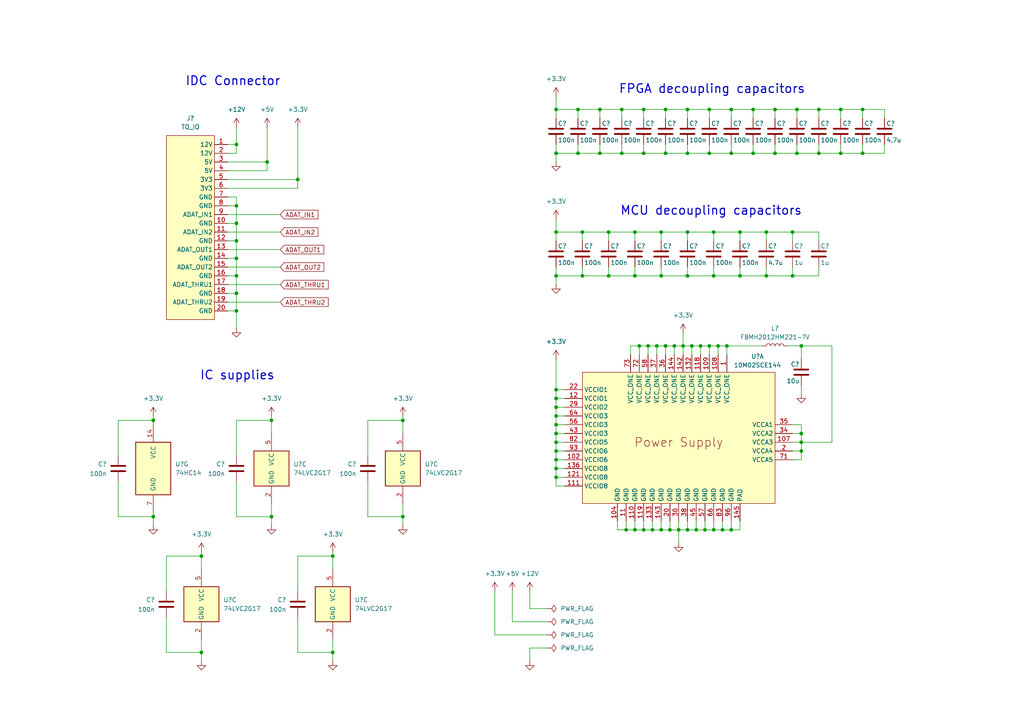
<source format=kicad_sch>
(kicad_sch (version 20250114) (generator "eeschema") (generator_version "9.0")
  (paper "A4")
  (title_block (title "16-in, 16-out USB <-> ADAT interface") (rev "1.0a") (company "Rethera") (comment 1 "Drawn by Łukasz Świszcz"))
  (text "IC supplies" (at 68.834 108.966 0) (effects (font (size 2.54 2.54) (thickness 0.3175))))
  (text "IDC Connector" (at 67.564 23.622 0) (effects (font (size 2.54 2.54) (thickness 0.3175))))
  (text "FPGA decoupling capacitors" (at 206.502 25.908 0) (effects (font (size 2.54 2.54) (thickness 0.3175))))
  (text "MCU decoupling capacitors" (at 206.248 61.214 0) (effects (font (size 2.54 2.54) (thickness 0.3175))))
  (junction (at 204.47 153.67))
  (junction (at 190.5 100.33))
  (junction (at 68.58 74.93))
  (junction (at 176.53 80.01))
  (junction (at 173.99 31.75))
  (junction (at 243.84 44.45))
  (junction (at 214.63 80.01))
  (junction (at 201.93 153.67))
  (junction (at 161.29 135.89))
  (junction (at 199.39 67.31))
  (junction (at 161.29 44.45))
  (junction (at 205.74 44.45))
  (junction (at 205.74 100.33))
  (junction (at 68.58 64.77))
  (junction (at 161.29 118.11))
  (junction (at 231.14 31.75))
  (junction (at 224.79 31.75))
  (junction (at 212.09 44.45))
  (junction (at 86.36 52.07))
  (junction (at 250.19 44.45))
  (junction (at 231.14 44.45))
  (junction (at 161.29 133.35))
  (junction (at 161.29 115.57))
  (junction (at 191.77 67.31))
  (junction (at 232.41 130.81))
  (junction (at 214.63 67.31))
  (junction (at 161.29 123.19))
  (junction (at 161.29 80.01))
  (junction (at 199.39 44.45))
  (junction (at 218.44 31.75))
  (junction (at 212.09 153.67))
  (junction (at 180.34 31.75))
  (junction (at 68.58 41.91))
  (junction (at 208.28 100.33))
  (junction (at 185.42 100.33))
  (junction (at 96.52 189.23))
  (junction (at 229.87 80.01))
  (junction (at 193.04 44.45))
  (junction (at 184.15 80.01))
  (junction (at 96.52 161.29))
  (junction (at 161.29 31.75))
  (junction (at 161.29 67.31))
  (junction (at 186.69 44.45))
  (junction (at 205.74 31.75))
  (junction (at 187.96 100.33))
  (junction (at 237.49 44.45))
  (junction (at 198.12 100.33))
  (junction (at 210.82 100.33))
  (junction (at 229.87 67.31))
  (junction (at 44.45 149.86))
  (junction (at 189.23 153.67))
  (junction (at 218.44 44.45))
  (junction (at 168.91 67.31))
  (junction (at 193.04 31.75))
  (junction (at 184.15 153.67))
  (junction (at 161.29 113.03))
  (junction (at 176.53 67.31))
  (junction (at 237.49 31.75))
  (junction (at 222.25 67.31))
  (junction (at 161.29 125.73))
  (junction (at 207.01 80.01))
  (junction (at 212.09 31.75))
  (junction (at 191.77 80.01))
  (junction (at 181.61 153.67))
  (junction (at 77.47 46.99))
  (junction (at 167.64 31.75))
  (junction (at 68.58 59.69))
  (junction (at 250.19 31.75))
  (junction (at 78.74 121.92))
  (junction (at 186.69 31.75))
  (junction (at 207.01 153.67))
  (junction (at 203.2 100.33))
  (junction (at 194.31 153.67))
  (junction (at 116.84 121.92))
  (junction (at 232.41 125.73))
  (junction (at 232.41 128.27))
  (junction (at 161.29 128.27))
  (junction (at 207.01 67.31))
  (junction (at 199.39 80.01))
  (junction (at 78.74 149.86))
  (junction (at 68.58 69.85))
  (junction (at 180.34 44.45))
  (junction (at 116.84 149.86))
  (junction (at 161.29 120.65))
  (junction (at 224.79 44.45))
  (junction (at 232.41 100.33))
  (junction (at 196.85 153.67))
  (junction (at 68.58 85.09))
  (junction (at 199.39 31.75))
  (junction (at 186.69 153.67))
  (junction (at 168.91 80.01))
  (junction (at 191.77 153.67))
  (junction (at 195.58 100.33))
  (junction (at 209.55 153.67))
  (junction (at 193.04 100.33))
  (junction (at 58.42 189.23))
  (junction (at 161.29 138.43))
  (junction (at 222.25 80.01))
  (junction (at 68.58 90.17))
  (junction (at 68.58 80.01))
  (junction (at 167.64 44.45))
  (junction (at 184.15 67.31))
  (junction (at 243.84 31.75))
  (junction (at 44.45 121.92))
  (junction (at 200.66 100.33))
  (junction (at 58.42 161.29))
  (junction (at 199.39 153.67))
  (junction (at 161.29 130.81))
  (junction (at 173.99 44.45))
  (wire (pts (xy 180.34 41.91) (xy 180.34 44.45)))
  (wire (pts (xy 68.58 74.93) (xy 68.58 80.01)))
  (wire (pts (xy 179.07 153.67) (xy 179.07 151.13)))
  (wire (pts (xy 176.53 67.31) (xy 184.15 67.31)))
  (wire (pts (xy 232.41 100.33) (xy 232.41 104.14)))
  (wire (pts (xy 232.41 111.76) (xy 232.41 114.3)))
  (wire (pts (xy 58.42 185.42) (xy 58.42 189.23)))
  (wire (pts (xy 161.29 133.35) (xy 161.29 135.89)))
  (wire (pts (xy 184.15 80.01) (xy 191.77 80.01)))
  (wire (pts (xy 116.84 120.65) (xy 116.84 121.92)))
  (wire (pts (xy 58.42 189.23) (xy 58.42 191.77)))
  (wire (pts (xy 161.29 80.01) (xy 161.29 82.55)))
  (wire (pts (xy 214.63 151.13) (xy 214.63 153.67)))
  (wire (pts (xy 158.75 180.34) (xy 148.59 180.34)))
  (wire (pts (xy 231.14 41.91) (xy 231.14 44.45)))
  (wire (pts (xy 66.04 44.45) (xy 68.58 44.45)))
  (wire (pts (xy 224.79 41.91) (xy 224.79 44.45)))
  (wire (pts (xy 161.29 67.31) (xy 168.91 67.31)))
  (wire (pts (xy 44.45 120.65) (xy 44.45 121.92)))
  (wire (pts (xy 161.29 27.94) (xy 161.29 31.75)))
  (wire (pts (xy 228.6 100.33) (xy 232.41 100.33)))
  (wire (pts (xy 224.79 44.45) (xy 218.44 44.45)))
  (wire (pts (xy 163.83 113.03) (xy 161.29 113.03)))
  (wire (pts (xy 237.49 77.47) (xy 237.49 80.01)))
  (wire (pts (xy 116.84 149.86) (xy 116.84 152.4)))
  (wire (pts (xy 168.91 67.31) (xy 176.53 67.31)))
  (wire (pts (xy 86.36 179.07) (xy 86.36 189.23)))
  (wire (pts (xy 86.36 52.07) (xy 86.36 54.61)))
  (wire (pts (xy 168.91 77.47) (xy 168.91 80.01)))
  (wire (pts (xy 78.74 121.92) (xy 78.74 125.73)))
  (wire (pts (xy 116.84 146.05) (xy 116.84 149.86)))
  (wire (pts (xy 199.39 31.75) (xy 205.74 31.75)))
  (wire (pts (xy 237.49 34.29) (xy 237.49 31.75)))
  (wire (pts (xy 193.04 31.75) (xy 193.04 34.29)))
  (wire (pts (xy 222.25 67.31) (xy 229.87 67.31)))
  (wire (pts (xy 86.36 161.29) (xy 96.52 161.29)))
  (wire (pts (xy 196.85 153.67) (xy 199.39 153.67)))
  (wire (pts (xy 256.54 31.75) (xy 250.19 31.75)))
  (wire (pts (xy 218.44 44.45) (xy 218.44 41.91)))
  (wire (pts (xy 204.47 153.67) (xy 207.01 153.67)))
  (wire (pts (xy 161.29 125.73) (xy 163.83 125.73)))
  (wire (pts (xy 199.39 67.31) (xy 207.01 67.31)))
  (wire (pts (xy 229.87 128.27) (xy 232.41 128.27)))
  (wire (pts (xy 34.29 139.7) (xy 34.29 149.86)))
  (wire (pts (xy 199.39 31.75) (xy 199.39 34.29)))
  (wire (pts (xy 86.36 54.61) (xy 66.04 54.61)))
  (wire (pts (xy 193.04 100.33) (xy 195.58 100.33)))
  (wire (pts (xy 184.15 77.47) (xy 184.15 80.01)))
  (wire (pts (xy 66.04 80.01) (xy 68.58 80.01)))
  (wire (pts (xy 250.19 31.75) (xy 243.84 31.75)))
  (wire (pts (xy 214.63 80.01) (xy 222.25 80.01)))
  (wire (pts (xy 198.12 96.52) (xy 198.12 100.33)))
  (wire (pts (xy 194.31 153.67) (xy 196.85 153.67)))
  (wire (pts (xy 106.68 149.86) (xy 116.84 149.86)))
  (wire (pts (xy 176.53 80.01) (xy 184.15 80.01)))
  (wire (pts (xy 243.84 34.29) (xy 243.84 31.75)))
  (wire (pts (xy 243.84 31.75) (xy 237.49 31.75)))
  (wire (pts (xy 250.19 41.91) (xy 250.19 44.45)))
  (wire (pts (xy 237.49 31.75) (xy 231.14 31.75)))
  (wire (pts (xy 176.53 77.47) (xy 176.53 80.01)))
  (wire (pts (xy 184.15 153.67) (xy 181.61 153.67)))
  (wire (pts (xy 161.29 130.81) (xy 161.29 133.35)))
  (wire (pts (xy 185.42 100.33) (xy 185.42 102.87)))
  (wire (pts (xy 203.2 100.33) (xy 205.74 100.33)))
  (wire (pts (xy 161.29 44.45) (xy 167.64 44.45)))
  (wire (pts (xy 212.09 44.45) (xy 218.44 44.45)))
  (wire (pts (xy 66.04 74.93) (xy 68.58 74.93)))
  (wire (pts (xy 191.77 67.31) (xy 191.77 69.85)))
  (wire (pts (xy 200.66 100.33) (xy 200.66 102.87)))
  (wire (pts (xy 158.75 184.15) (xy 143.51 184.15)))
  (wire (pts (xy 186.69 41.91) (xy 186.69 44.45)))
  (wire (pts (xy 161.29 41.91) (xy 161.29 44.45)))
  (wire (pts (xy 173.99 44.45) (xy 180.34 44.45)))
  (wire (pts (xy 44.45 149.86) (xy 44.45 152.4)))
  (wire (pts (xy 167.64 41.91) (xy 167.64 44.45)))
  (wire (pts (xy 68.58 121.92) (xy 78.74 121.92)))
  (wire (pts (xy 231.14 44.45) (xy 224.79 44.45)))
  (wire (pts (xy 232.41 130.81) (xy 232.41 133.35)))
  (wire (pts (xy 161.29 120.65) (xy 161.29 118.11)))
  (wire (pts (xy 193.04 100.33) (xy 193.04 102.87)))
  (wire (pts (xy 78.74 149.86) (xy 78.74 152.4)))
  (wire (pts (xy 44.45 148.59) (xy 44.45 149.86)))
  (wire (pts (xy 161.29 80.01) (xy 168.91 80.01)))
  (wire (pts (xy 66.04 67.31) (xy 81.28 67.31)))
  (wire (pts (xy 256.54 41.91) (xy 256.54 44.45)))
  (wire (pts (xy 198.12 100.33) (xy 200.66 100.33)))
  (wire (pts (xy 194.31 151.13) (xy 194.31 153.67)))
  (wire (pts (xy 66.04 59.69) (xy 68.58 59.69)))
  (wire (pts (xy 58.42 160.02) (xy 58.42 161.29)))
  (wire (pts (xy 187.96 100.33) (xy 187.96 102.87)))
  (wire (pts (xy 200.66 100.33) (xy 203.2 100.33)))
  (wire (pts (xy 237.49 41.91) (xy 237.49 44.45)))
  (wire (pts (xy 199.39 80.01) (xy 207.01 80.01)))
  (wire (pts (xy 77.47 36.83) (xy 77.47 46.99)))
  (wire (pts (xy 209.55 153.67) (xy 209.55 151.13)))
  (wire (pts (xy 210.82 102.87) (xy 210.82 100.33)))
  (wire (pts (xy 68.58 80.01) (xy 68.58 85.09)))
  (wire (pts (xy 68.58 69.85) (xy 68.58 74.93)))
  (wire (pts (xy 193.04 31.75) (xy 199.39 31.75)))
  (wire (pts (xy 196.85 157.48) (xy 196.85 153.67)))
  (wire (pts (xy 185.42 100.33) (xy 182.88 100.33)))
  (wire (pts (xy 222.25 67.31) (xy 214.63 67.31)))
  (wire (pts (xy 232.41 100.33) (xy 241.3 100.33)))
  (wire (pts (xy 207.01 67.31) (xy 207.01 69.85)))
  (wire (pts (xy 161.29 128.27) (xy 161.29 130.81)))
  (wire (pts (xy 243.84 41.91) (xy 243.84 44.45)))
  (wire (pts (xy 173.99 31.75) (xy 180.34 31.75)))
  (wire (pts (xy 68.58 64.77) (xy 68.58 69.85)))
  (wire (pts (xy 205.74 100.33) (xy 205.74 102.87)))
  (wire (pts (xy 106.68 139.7) (xy 106.68 149.86)))
  (wire (pts (xy 161.29 120.65) (xy 163.83 120.65)))
  (wire (pts (xy 180.34 31.75) (xy 180.34 34.29)))
  (wire (pts (xy 180.34 31.75) (xy 186.69 31.75)))
  (wire (pts (xy 184.15 153.67) (xy 184.15 151.13)))
  (wire (pts (xy 229.87 133.35) (xy 232.41 133.35)))
  (wire (pts (xy 201.93 153.67) (xy 204.47 153.67)))
  (wire (pts (xy 68.58 59.69) (xy 68.58 64.77)))
  (wire (pts (xy 48.26 161.29) (xy 58.42 161.29)))
  (wire (pts (xy 161.29 31.75) (xy 161.29 34.29)))
  (wire (pts (xy 176.53 67.31) (xy 176.53 69.85)))
  (wire (pts (xy 198.12 100.33) (xy 198.12 102.87)))
  (wire (pts (xy 232.41 128.27) (xy 232.41 125.73)))
  (wire (pts (xy 161.29 118.11) (xy 161.29 115.57)))
  (wire (pts (xy 237.49 80.01) (xy 229.87 80.01)))
  (wire (pts (xy 161.29 44.45) (xy 161.29 46.99)))
  (wire (pts (xy 161.29 135.89) (xy 161.29 138.43)))
  (wire (pts (xy 222.25 77.47) (xy 222.25 80.01)))
  (wire (pts (xy 212.09 41.91) (xy 212.09 44.45)))
  (wire (pts (xy 161.29 115.57) (xy 161.29 113.03)))
  (wire (pts (xy 66.04 69.85) (xy 68.58 69.85)))
  (wire (pts (xy 161.29 123.19) (xy 161.29 120.65)))
  (wire (pts (xy 207.01 77.47) (xy 207.01 80.01)))
  (wire (pts (xy 229.87 77.47) (xy 229.87 80.01)))
  (wire (pts (xy 184.15 67.31) (xy 184.15 69.85)))
  (wire (pts (xy 181.61 153.67) (xy 181.61 151.13)))
  (wire (pts (xy 96.52 160.02) (xy 96.52 161.29)))
  (wire (pts (xy 241.3 128.27) (xy 232.41 128.27)))
  (wire (pts (xy 48.26 161.29) (xy 48.26 171.45)))
  (wire (pts (xy 161.29 67.31) (xy 161.29 69.85)))
  (wire (pts (xy 68.58 149.86) (xy 78.74 149.86)))
  (wire (pts (xy 189.23 153.67) (xy 189.23 151.13)))
  (wire (pts (xy 199.39 77.47) (xy 199.39 80.01)))
  (wire (pts (xy 161.29 63.5) (xy 161.29 67.31)))
  (wire (pts (xy 231.14 31.75) (xy 224.79 31.75)))
  (wire (pts (xy 173.99 41.91) (xy 173.99 44.45)))
  (wire (pts (xy 191.77 153.67) (xy 194.31 153.67)))
  (wire (pts (xy 229.87 123.19) (xy 232.41 123.19)))
  (wire (pts (xy 161.29 138.43) (xy 161.29 140.97)))
  (wire (pts (xy 161.29 118.11) (xy 163.83 118.11)))
  (wire (pts (xy 196.85 153.67) (xy 196.85 151.13)))
  (wire (pts (xy 199.39 44.45) (xy 205.74 44.45)))
  (wire (pts (xy 66.04 87.63) (xy 81.28 87.63)))
  (wire (pts (xy 237.49 67.31) (xy 229.87 67.31)))
  (wire (pts (xy 153.67 176.53) (xy 153.67 171.45)))
  (wire (pts (xy 96.52 161.29) (xy 96.52 165.1)))
  (wire (pts (xy 34.29 149.86) (xy 44.45 149.86)))
  (wire (pts (xy 66.04 57.15) (xy 68.58 57.15)))
  (wire (pts (xy 224.79 31.75) (xy 218.44 31.75)))
  (wire (pts (xy 193.04 41.91) (xy 193.04 44.45)))
  (wire (pts (xy 48.26 179.07) (xy 48.26 189.23)))
  (wire (pts (xy 199.39 153.67) (xy 199.39 151.13)))
  (wire (pts (xy 161.29 128.27) (xy 161.29 125.73)))
  (wire (pts (xy 199.39 67.31) (xy 199.39 69.85)))
  (wire (pts (xy 48.26 189.23) (xy 58.42 189.23)))
  (wire (pts (xy 148.59 180.34) (xy 148.59 171.45)))
  (wire (pts (xy 86.36 189.23) (xy 96.52 189.23)))
  (wire (pts (xy 77.47 46.99) (xy 77.47 49.53)))
  (wire (pts (xy 161.29 123.19) (xy 163.83 123.19)))
  (wire (pts (xy 205.74 31.75) (xy 212.09 31.75)))
  (wire (pts (xy 96.52 189.23) (xy 96.52 191.77)))
  (wire (pts (xy 68.58 57.15) (xy 68.58 59.69)))
  (wire (pts (xy 191.77 67.31) (xy 199.39 67.31)))
  (wire (pts (xy 161.29 104.14) (xy 161.29 113.03)))
  (wire (pts (xy 161.29 135.89) (xy 163.83 135.89)))
  (wire (pts (xy 44.45 121.92) (xy 44.45 123.19)))
  (wire (pts (xy 143.51 184.15) (xy 143.51 171.45)))
  (wire (pts (xy 243.84 44.45) (xy 237.49 44.45)))
  (wire (pts (xy 195.58 100.33) (xy 195.58 102.87)))
  (wire (pts (xy 161.29 31.75) (xy 167.64 31.75)))
  (wire (pts (xy 167.64 31.75) (xy 173.99 31.75)))
  (wire (pts (xy 34.29 121.92) (xy 44.45 121.92)))
  (wire (pts (xy 205.74 100.33) (xy 208.28 100.33)))
  (wire (pts (xy 214.63 67.31) (xy 214.63 69.85)))
  (wire (pts (xy 210.82 100.33) (xy 220.98 100.33)))
  (wire (pts (xy 186.69 31.75) (xy 193.04 31.75)))
  (wire (pts (xy 184.15 67.31) (xy 191.77 67.31)))
  (wire (pts (xy 212.09 153.67) (xy 214.63 153.67)))
  (wire (pts (xy 189.23 153.67) (xy 186.69 153.67)))
  (wire (pts (xy 191.77 77.47) (xy 191.77 80.01)))
  (wire (pts (xy 66.04 72.39) (xy 81.28 72.39)))
  (wire (pts (xy 207.01 153.67) (xy 209.55 153.67)))
  (wire (pts (xy 186.69 153.67) (xy 184.15 153.67)))
  (wire (pts (xy 181.61 153.67) (xy 179.07 153.67)))
  (wire (pts (xy 199.39 153.67) (xy 201.93 153.67)))
  (wire (pts (xy 66.04 62.23) (xy 81.28 62.23)))
  (wire (pts (xy 186.69 31.75) (xy 186.69 34.29)))
  (wire (pts (xy 116.84 121.92) (xy 116.84 125.73)))
  (wire (pts (xy 68.58 41.91) (xy 68.58 44.45)))
  (wire (pts (xy 161.29 138.43) (xy 163.83 138.43)))
  (wire (pts (xy 161.29 125.73) (xy 161.29 123.19)))
  (wire (pts (xy 250.19 44.45) (xy 243.84 44.45)))
  (wire (pts (xy 173.99 31.75) (xy 173.99 34.29)))
  (wire (pts (xy 66.04 64.77) (xy 68.58 64.77)))
  (wire (pts (xy 66.04 85.09) (xy 68.58 85.09)))
  (wire (pts (xy 167.64 44.45) (xy 173.99 44.45)))
  (wire (pts (xy 224.79 34.29) (xy 224.79 31.75)))
  (wire (pts (xy 191.77 153.67) (xy 189.23 153.67)))
  (wire (pts (xy 186.69 44.45) (xy 193.04 44.45)))
  (wire (pts (xy 68.58 85.09) (xy 68.58 90.17)))
  (wire (pts (xy 222.25 69.85) (xy 222.25 67.31)))
  (wire (pts (xy 209.55 153.67) (xy 212.09 153.67)))
  (wire (pts (xy 161.29 133.35) (xy 163.83 133.35)))
  (wire (pts (xy 205.74 31.75) (xy 205.74 34.29)))
  (wire (pts (xy 190.5 102.87) (xy 190.5 100.33)))
  (wire (pts (xy 163.83 140.97) (xy 161.29 140.97)))
  (wire (pts (xy 168.91 80.01) (xy 176.53 80.01)))
  (wire (pts (xy 201.93 153.67) (xy 201.93 151.13)))
  (wire (pts (xy 153.67 187.96) (xy 153.67 191.77)))
  (wire (pts (xy 161.29 128.27) (xy 163.83 128.27)))
  (wire (pts (xy 256.54 34.29) (xy 256.54 31.75)))
  (wire (pts (xy 58.42 161.29) (xy 58.42 165.1)))
  (wire (pts (xy 68.58 90.17) (xy 68.58 95.25)))
  (wire (pts (xy 66.04 77.47) (xy 81.28 77.47)))
  (wire (pts (xy 68.58 36.83) (xy 68.58 41.91)))
  (wire (pts (xy 190.5 100.33) (xy 193.04 100.33)))
  (wire (pts (xy 66.04 52.07) (xy 86.36 52.07)))
  (wire (pts (xy 229.87 125.73) (xy 232.41 125.73)))
  (wire (pts (xy 180.34 44.45) (xy 186.69 44.45)))
  (wire (pts (xy 204.47 153.67) (xy 204.47 151.13)))
  (wire (pts (xy 232.41 125.73) (xy 232.41 123.19)))
  (wire (pts (xy 207.01 153.67) (xy 207.01 151.13)))
  (wire (pts (xy 186.69 153.67) (xy 186.69 151.13)))
  (wire (pts (xy 77.47 49.53) (xy 66.04 49.53)))
  (wire (pts (xy 256.54 44.45) (xy 250.19 44.45)))
  (wire (pts (xy 199.39 41.91) (xy 199.39 44.45)))
  (wire (pts (xy 96.52 185.42) (xy 96.52 189.23)))
  (wire (pts (xy 167.64 31.75) (xy 167.64 34.29)))
  (wire (pts (xy 212.09 31.75) (xy 212.09 34.29)))
  (wire (pts (xy 66.04 46.99) (xy 77.47 46.99)))
  (wire (pts (xy 66.04 41.91) (xy 68.58 41.91)))
  (wire (pts (xy 68.58 139.7) (xy 68.58 149.86)))
  (wire (pts (xy 241.3 100.33) (xy 241.3 128.27)))
  (wire (pts (xy 106.68 121.92) (xy 116.84 121.92)))
  (wire (pts (xy 182.88 100.33) (xy 182.88 102.87)))
  (wire (pts (xy 229.87 69.85) (xy 229.87 67.31)))
  (wire (pts (xy 66.04 82.55) (xy 81.28 82.55)))
  (wire (pts (xy 250.19 34.29) (xy 250.19 31.75)))
  (wire (pts (xy 212.09 31.75) (xy 218.44 31.75)))
  (wire (pts (xy 191.77 153.67) (xy 191.77 151.13)))
  (wire (pts (xy 168.91 67.31) (xy 168.91 69.85)))
  (wire (pts (xy 237.49 69.85) (xy 237.49 67.31)))
  (wire (pts (xy 187.96 100.33) (xy 185.42 100.33)))
  (wire (pts (xy 207.01 80.01) (xy 214.63 80.01)))
  (wire (pts (xy 214.63 77.47) (xy 214.63 80.01)))
  (wire (pts (xy 205.74 44.45) (xy 212.09 44.45)))
  (wire (pts (xy 78.74 146.05) (xy 78.74 149.86)))
  (wire (pts (xy 218.44 31.75) (xy 218.44 34.29)))
  (wire (pts (xy 208.28 100.33) (xy 208.28 102.87)))
  (wire (pts (xy 232.41 130.81) (xy 232.41 128.27)))
  (wire (pts (xy 163.83 130.81) (xy 161.29 130.81)))
  (wire (pts (xy 158.75 176.53) (xy 153.67 176.53)))
  (wire (pts (xy 34.29 121.92) (xy 34.29 132.08)))
  (wire (pts (xy 86.36 36.83) (xy 86.36 52.07)))
  (wire (pts (xy 207.01 67.31) (xy 214.63 67.31)))
  (wire (pts (xy 191.77 80.01) (xy 199.39 80.01)))
  (wire (pts (xy 195.58 100.33) (xy 198.12 100.33)))
  (wire (pts (xy 86.36 161.29) (xy 86.36 171.45)))
  (wire (pts (xy 158.75 187.96) (xy 153.67 187.96)))
  (wire (pts (xy 231.14 44.45) (xy 237.49 44.45)))
  (wire (pts (xy 193.04 44.45) (xy 199.39 44.45)))
  (wire (pts (xy 68.58 121.92) (xy 68.58 132.08)))
  (wire (pts (xy 222.25 80.01) (xy 229.87 80.01)))
  (wire (pts (xy 106.68 121.92) (xy 106.68 132.08)))
  (wire (pts (xy 208.28 100.33) (xy 210.82 100.33)))
  (wire (pts (xy 229.87 130.81) (xy 232.41 130.81)))
  (wire (pts (xy 66.04 90.17) (xy 68.58 90.17)))
  (wire (pts (xy 161.29 115.57) (xy 163.83 115.57)))
  (wire (pts (xy 187.96 100.33) (xy 190.5 100.33)))
  (wire (pts (xy 161.29 77.47) (xy 161.29 80.01)))
  (wire (pts (xy 212.09 153.67) (xy 212.09 151.13)))
  (wire (pts (xy 203.2 100.33) (xy 203.2 102.87)))
  (wire (pts (xy 205.74 41.91) (xy 205.74 44.45)))
  (wire (pts (xy 78.74 120.65) (xy 78.74 121.92)))
  (wire (pts (xy 231.14 31.75) (xy 231.14 34.29)))
  (global_label "ADAT_IN2" (shape input) (at 81.28 67.31 0) (property "Intersheetrefs" "${INTERSHEET_REFS}" (effects (hide yes))))
  (global_label "ADAT_IN1" (shape input) (at 81.28 62.23 0) (property "Intersheetrefs" "${INTERSHEET_REFS}" (effects (hide yes))))
  (global_label "ADAT_OUT2" (shape input) (at 81.28 77.47 0) (property "Intersheetrefs" "${INTERSHEET_REFS}" (effects (hide yes))))
  (global_label "ADAT_THRU2" (shape input) (at 81.28 87.63 0) (property "Intersheetrefs" "${INTERSHEET_REFS}" (effects (hide yes))))
  (global_label "ADAT_THRU1" (shape input) (at 81.28 82.55 0) (property "Intersheetrefs" "${INTERSHEET_REFS}" (effects (hide yes))))
  (global_label "ADAT_OUT1" (shape input) (at 81.28 72.39 0) (property "Intersheetrefs" "${INTERSHEET_REFS}" (effects (hide yes))))
  (symbol (lib_id "Device:C") (at 161.29 38.1 0) (mirror y) (unit 1)
    (property "Reference" "C?" (at 161.798 35.814 0) (effects (justify right)))
    (property "Value" "100n" (at 161.798 40.64 0) (effects (justify right)))
    (property "Description" "Unpolarized capacitor" (effects (hide yes)))
  )
  (symbol (lib_id "power:+3.3V") (at 116.84 120.65 0) (unit 1)
    (property "Reference" "#PWR0139" (effects (hide yes)))
    (property "Value" "+3.3V" (at 116.84 115.57 0))
    (property "Description" "Power symbol creates a global label with name \"+3.3V\"" (effects (hide yes)))
  )
  (symbol (lib_id "Device:C") (at 237.49 38.1 0) (mirror y) (unit 1)
    (property "Reference" "C?" (at 237.998 35.814 0) (effects (justify right)))
    (property "Value" "100n" (at 237.998 40.64 0) (effects (justify right)))
    (property "Description" "Unpolarized capacitor" (effects (hide yes)))
  )
  (symbol (lib_id "Device:C") (at 199.39 73.66 0) (mirror y) (unit 1)
    (property "Reference" "C?" (at 199.898 71.374 0) (effects (justify right)))
    (property "Value" "100n" (at 199.898 76.2 0) (effects (justify right)))
    (property "Description" "Unpolarized capacitor" (effects (hide yes)))
  )
  (symbol (lib_id "Device:C") (at 205.74 38.1 0) (mirror y) (unit 1)
    (property "Reference" "C?" (at 206.248 35.814 0) (effects (justify right)))
    (property "Value" "100n" (at 206.248 40.64 0) (effects (justify right)))
    (property "Description" "Unpolarized capacitor" (effects (hide yes)))
  )
  (symbol (lib_id "Device:C") (at 173.99 38.1 0) (mirror y) (unit 1)
    (property "Reference" "C?" (at 174.498 35.814 0) (effects (justify right)))
    (property "Value" "100n" (at 174.498 40.64 0) (effects (justify right)))
    (property "Description" "Unpolarized capacitor" (effects (hide yes)))
  )
  (symbol (lib_id "Device:C") (at 34.29 135.89 0) (unit 1)
    (property "Reference" "C?" (at 30.988 134.62 0) (effects (justify right)))
    (property "Value" "100n" (at 30.988 137.414 0) (effects (justify right)))
    (property "Description" "Unpolarized capacitor" (effects (hide yes)))
  )
  (symbol (lib_id "Device:C") (at 168.91 73.66 0) (mirror y) (unit 1)
    (property "Reference" "C?" (at 169.418 71.374 0) (effects (justify right)))
    (property "Value" "100n" (at 169.418 76.2 0) (effects (justify right)))
    (property "Description" "Unpolarized capacitor" (effects (hide yes)))
  )
  (symbol (lib_id "Device:C") (at 214.63 73.66 0) (mirror y) (unit 1)
    (property "Reference" "C?" (at 215.138 71.374 0) (effects (justify right)))
    (property "Value" "100n" (at 215.138 76.2 0) (effects (justify right)))
    (property "Description" "Unpolarized capacitor" (effects (hide yes)))
  )
  (symbol (lib_id "power:GND") (at 78.74 152.4 0) (unit 1)
    (property "Reference" "#PWR0138" (effects (hide yes)))
    (property "Value" "GND" (effects (hide yes)))
    (property "Description" "Power symbol creates a global label with name \"GND\" , ground" (effects (hide yes)))
  )
  (symbol (lib_id "74xGxx:74LVC2G17") (at 58.42 175.26 0) (unit 3)
    (property "Reference" "U?" (at 64.77 173.9899 0) (effects (justify left)))
    (property "Value" "74LVC2G17" (at 64.77 176.5299 0) (effects (justify left)))
    (property "Datasheet" "http://www.ti.com/lit/sg/scyt129e/scyt129e.pdf" (effects (hide yes)))
    (property "Description" "Dual Buffer, Schmitt Triggered, Low-Voltage CMOS" (effects (hide yes)))
  )
  (symbol (lib_id "Device:C") (at 184.15 73.66 0) (mirror y) (unit 1)
    (property "Reference" "C?" (at 184.658 71.374 0) (effects (justify right)))
    (property "Value" "100n" (at 184.658 76.2 0) (effects (justify right)))
    (property "Description" "Unpolarized capacitor" (effects (hide yes)))
  )
  (symbol (lib_id "74xx:74HC14") (at 44.45 135.89 0) (unit 7)
    (property "Reference" "U?" (at 50.8 134.6199 0) (effects (justify left)))
    (property "Value" "74HC14" (at 50.8 137.1599 0) (effects (justify left)))
    (property "Datasheet" "http://www.ti.com/lit/gpn/sn74HC14" (effects (hide yes)))
    (property "Description" "Hex inverter schmitt trigger" (effects (hide yes)))
  )
  (symbol (lib_id "Device:C") (at 193.04 38.1 0) (mirror y) (unit 1)
    (property "Reference" "C?" (at 193.548 35.814 0) (effects (justify right)))
    (property "Value" "100n" (at 193.548 40.64 0) (effects (justify right)))
    (property "Description" "Unpolarized capacitor" (effects (hide yes)))
  )
  (symbol (lib_id "power:+3.3V") (at 58.42 160.02 0) (unit 1)
    (property "Reference" "#PWR0141" (effects (hide yes)))
    (property "Value" "+3.3V" (at 58.42 154.94 0))
    (property "Description" "Power symbol creates a global label with name \"+3.3V\"" (effects (hide yes)))
  )
  (symbol (lib_id "power:+5V") (at 148.59 171.45 0) (unit 1)
    (property "Reference" "#PWR01" (effects (hide yes)))
    (property "Value" "+5V" (at 148.59 166.37 0))
    (property "Description" "Power symbol creates a global label with name \"+5V\"" (effects (hide yes)))
  )
  (symbol (lib_id "Device:C") (at 237.49 73.66 0) (mirror y) (unit 1)
    (property "Reference" "C?" (at 237.998 71.374 0) (effects (justify right)))
    (property "Value" "1u" (at 237.998 76.2 0) (effects (justify right)))
    (property "Description" "Unpolarized capacitor" (effects (hide yes)))
  )
  (symbol (lib_id "power:GND") (at 58.42 191.77 0) (unit 1)
    (property "Reference" "#PWR0143" (effects (hide yes)))
    (property "Value" "GND" (effects (hide yes)))
    (property "Description" "Power symbol creates a global label with name \"GND\" , ground" (effects (hide yes)))
  )
  (symbol (lib_id "power:GND") (at 161.29 82.55 0) (unit 1)
    (property "Reference" "#PWR052" (effects (hide yes)))
    (property "Value" "GND" (effects (hide yes)))
    (property "Description" "Power symbol creates a global label with name \"GND\" , ground" (effects (hide yes)))
  )
  (symbol (lib_id "power:GND") (at 68.58 95.25 0) (unit 1)
    (property "Reference" "#PWR092" (effects (hide yes)))
    (property "Value" "GND_IO" (effects (hide yes)))
    (property "Description" "Power symbol creates a global label with name \"GND\" , ground" (effects (hide yes)))
  )
  (symbol (lib_id "Device:C") (at 199.39 38.1 0) (mirror y) (unit 1)
    (property "Reference" "C?" (at 199.898 35.814 0) (effects (justify right)))
    (property "Value" "100n" (at 199.898 40.64 0) (effects (justify right)))
    (property "Description" "Unpolarized capacitor" (effects (hide yes)))
  )
  (symbol (lib_id "power:+3.3V") (at 78.74 120.65 0) (unit 1)
    (property "Reference" "#PWR0137" (effects (hide yes)))
    (property "Value" "+3.3V" (at 78.74 115.57 0))
    (property "Description" "Power symbol creates a global label with name \"+3.3V\"" (effects (hide yes)))
  )
  (symbol (lib_id "adatv2:10M02SCE144") (at 196.85 128.27 0) (unit 1)
    (property "Reference" "U?" (at 219.71 103.378 0))
    (property "Value" "10M02SCE144" (at 219.71 105.918 0))
    (property "Footprint" "Package_QFP:EQFP-144-1EP_20x20mm_P0.5mm_EP4x4mm_ThermalVias" (effects (hide yes)))
    (property "Datasheet" "https://www.intel.com/content/www/us/en/docs/programmable/683794/current/fpga-device-datasheet.html" (effects (hide yes)))
  )
  (symbol (lib_id "power:GND") (at 153.67 191.77 0) (unit 1)
    (property "Reference" "#PWR03" (effects (hide yes)))
    (property "Value" "GND" (effects (hide yes)))
    (property "Description" "Power symbol creates a global label with name \"GND\" , ground" (effects (hide yes)))
  )
  (symbol (lib_id "Device:C") (at 86.36 175.26 0) (unit 1)
    (property "Reference" "C?" (at 83.058 173.99 0) (effects (justify right)))
    (property "Value" "100n" (at 83.058 176.784 0) (effects (justify right)))
    (property "Description" "Unpolarized capacitor" (effects (hide yes)))
  )
  (symbol (lib_id "adatv2:Connector_IO") (at 55.88 66.04 0) (mirror y) (unit 1)
    (property "Reference" "J?" (at 55.245 34.29 0))
    (property "Value" "TO_IO" (at 55.245 36.83 0))
  )
  (symbol (lib_id "power:GND") (at 116.84 152.4 0) (unit 1)
    (property "Reference" "#PWR0140" (effects (hide yes)))
    (property "Value" "GND" (effects (hide yes)))
    (property "Description" "Power symbol creates a global label with name \"GND\" , ground" (effects (hide yes)))
  )
  (symbol (lib_id "74xGxx:74LVC2G17") (at 116.84 135.89 0) (unit 3)
    (property "Reference" "U?" (at 123.19 134.6199 0) (effects (justify left)))
    (property "Value" "74LVC2G17" (at 123.19 137.1599 0) (effects (justify left)))
    (property "Datasheet" "http://www.ti.com/lit/sg/scyt129e/scyt129e.pdf" (effects (hide yes)))
    (property "Description" "Dual Buffer, Schmitt Triggered, Low-Voltage CMOS" (effects (hide yes)))
  )
  (symbol (lib_id "power:+12V") (at 68.58 36.83 0) (unit 1)
    (property "Reference" "#PWR091" (effects (hide yes)))
    (property "Value" "+12V" (at 68.58 31.75 0))
    (property "Description" "Power symbol creates a global label with name \"+12V\"" (effects (hide yes)))
  )
  (symbol (lib_id "Device:C") (at 176.53 73.66 0) (mirror y) (unit 1)
    (property "Reference" "C?" (at 177.038 71.374 0) (effects (justify right)))
    (property "Value" "100n" (at 177.038 76.2 0) (effects (justify right)))
    (property "Description" "Unpolarized capacitor" (effects (hide yes)))
  )
  (symbol (lib_id "power:PWR_FLAG") (at 158.75 184.15 270) (unit 1)
    (property "Reference" "#FLG02" (effects (hide yes)))
    (property "Value" "PWR_FLAG" (at 162.56 184.1499 90) (effects (justify left)))
    (property "Description" "Special symbol for telling ERC where power comes from" (effects (hide yes)))
  )
  (symbol (lib_id "power:+12V") (at 153.67 171.45 0) (unit 1)
    (property "Reference" "#PWR060" (effects (hide yes)))
    (property "Value" "+12V" (at 153.67 166.37 0))
    (property "Description" "Power symbol creates a global label with name \"+12V\"" (effects (hide yes)))
  )
  (symbol (lib_id "Device:C") (at 191.77 73.66 0) (mirror y) (unit 1)
    (property "Reference" "C?" (at 192.278 71.374 0) (effects (justify right)))
    (property "Value" "100n" (at 192.278 76.2 0) (effects (justify right)))
    (property "Description" "Unpolarized capacitor" (effects (hide yes)))
  )
  (symbol (lib_id "Device:C") (at 167.64 38.1 0) (mirror y) (unit 1)
    (property "Reference" "C?" (at 168.148 35.814 0) (effects (justify right)))
    (property "Value" "100n" (at 168.148 40.64 0) (effects (justify right)))
    (property "Description" "Unpolarized capacitor" (effects (hide yes)))
  )
  (symbol (lib_id "power:+3.3V") (at 44.45 120.65 0) (unit 1)
    (property "Reference" "#PWR0114" (effects (hide yes)))
    (property "Value" "+3.3V" (at 44.45 115.57 0))
    (property "Description" "Power symbol creates a global label with name \"+3.3V\"" (effects (hide yes)))
  )
  (symbol (lib_id "Device:C") (at 256.54 38.1 0) (mirror y) (unit 1)
    (property "Reference" "C?" (at 257.048 35.814 0) (effects (justify right)))
    (property "Value" "4.7u" (at 257.048 40.64 0) (effects (justify right)))
    (property "Description" "Unpolarized capacitor" (effects (hide yes)))
  )
  (symbol (lib_id "Device:C") (at 218.44 38.1 0) (mirror y) (unit 1)
    (property "Reference" "C?" (at 218.948 35.814 0) (effects (justify right)))
    (property "Value" "100n" (at 218.948 40.64 0) (effects (justify right)))
    (property "Description" "Unpolarized capacitor" (effects (hide yes)))
  )
  (symbol (lib_id "power:+3.3V") (at 86.36 36.83 0) (unit 1)
    (property "Reference" "#PWR089" (effects (hide yes)))
    (property "Value" "+3.3V" (at 86.36 31.75 0))
    (property "Description" "Power symbol creates a global label with name \"+3.3V\"" (effects (hide yes)))
  )
  (symbol (lib_id "power:GND") (at 44.45 152.4 0) (unit 1)
    (property "Reference" "#PWR0115" (effects (hide yes)))
    (property "Value" "GND" (effects (hide yes)))
    (property "Description" "Power symbol creates a global label with name \"GND\" , ground" (effects (hide yes)))
  )
  (symbol (lib_id "Device:C") (at 212.09 38.1 0) (mirror y) (unit 1)
    (property "Reference" "C?" (at 212.598 35.814 0) (effects (justify right)))
    (property "Value" "100n" (at 212.598 40.64 0) (effects (justify right)))
    (property "Description" "Unpolarized capacitor" (effects (hide yes)))
  )
  (symbol (lib_id "Device:C") (at 48.26 175.26 0) (unit 1)
    (property "Reference" "C?" (at 44.958 173.99 0) (effects (justify right)))
    (property "Value" "100n" (at 44.958 176.784 0) (effects (justify right)))
    (property "Description" "Unpolarized capacitor" (effects (hide yes)))
  )
  (symbol (lib_id "Device:C") (at 224.79 38.1 0) (mirror y) (unit 1)
    (property "Reference" "C?" (at 225.298 35.814 0) (effects (justify right)))
    (property "Value" "100n" (at 225.298 40.64 0) (effects (justify right)))
    (property "Description" "Unpolarized capacitor" (effects (hide yes)))
  )
  (symbol (lib_id "power:+3.3V") (at 161.29 63.5 0) (unit 1)
    (property "Reference" "#PWR032" (effects (hide yes)))
    (property "Value" "+3.3V" (at 161.29 58.42 0))
    (property "Description" "Power symbol creates a global label with name \"+3.3V\"" (effects (hide yes)))
  )
  (symbol (lib_id "power:+3.3V") (at 198.12 96.52 0) (unit 1)
    (property "Reference" "#PWR04" (effects (hide yes)))
    (property "Value" "+3.3V" (at 198.12 91.44 0))
    (property "Description" "Power symbol creates a global label with name \"+3.3V\"" (effects (hide yes)))
  )
  (symbol (lib_id "74xGxx:74LVC2G17") (at 78.74 135.89 0) (unit 3)
    (property "Reference" "U?" (at 85.09 134.6199 0) (effects (justify left)))
    (property "Value" "74LVC2G17" (at 85.09 137.1599 0) (effects (justify left)))
    (property "Datasheet" "http://www.ti.com/lit/sg/scyt129e/scyt129e.pdf" (effects (hide yes)))
    (property "Description" "Dual Buffer, Schmitt Triggered, Low-Voltage CMOS" (effects (hide yes)))
  )
  (symbol (lib_id "Device:C") (at 68.58 135.89 0) (unit 1)
    (property "Reference" "C?" (at 65.278 134.62 0) (effects (justify right)))
    (property "Value" "100n" (at 65.278 137.414 0) (effects (justify right)))
    (property "Description" "Unpolarized capacitor" (effects (hide yes)))
  )
  (symbol (lib_id "power:GND") (at 196.85 157.48 0) (unit 1)
    (property "Reference" "#PWR06" (effects (hide yes)))
    (property "Value" "GND" (effects (hide yes)))
    (property "Description" "Power symbol creates a global label with name \"GND\" , ground" (effects (hide yes)))
  )
  (symbol (lib_id "power:GND") (at 161.29 46.99 0) (unit 1)
    (property "Reference" "#PWR08" (effects (hide yes)))
    (property "Value" "GND" (effects (hide yes)))
    (property "Description" "Power symbol creates a global label with name \"GND\" , ground" (effects (hide yes)))
  )
  (symbol (lib_id "Device:C") (at 207.01 73.66 0) (mirror y) (unit 1)
    (property "Reference" "C?" (at 207.518 71.374 0) (effects (justify right)))
    (property "Value" "100n" (at 207.518 76.2 0) (effects (justify right)))
    (property "Description" "Unpolarized capacitor" (effects (hide yes)))
  )
  (symbol (lib_id "power:PWR_FLAG") (at 158.75 180.34 270) (unit 1)
    (property "Reference" "#FLG01" (effects (hide yes)))
    (property "Value" "PWR_FLAG" (at 162.56 180.3399 90) (effects (justify left)))
    (property "Description" "Special symbol for telling ERC where power comes from" (effects (hide yes)))
  )
  (symbol (lib_id "Device:C") (at 231.14 38.1 0) (mirror y) (unit 1)
    (property "Reference" "C?" (at 231.648 35.814 0) (effects (justify right)))
    (property "Value" "100n" (at 231.648 40.64 0) (effects (justify right)))
    (property "Description" "Unpolarized capacitor" (effects (hide yes)))
  )
  (symbol (lib_id "Device:C") (at 106.68 135.89 0) (unit 1)
    (property "Reference" "C?" (at 103.378 134.62 0) (effects (justify right)))
    (property "Value" "100n" (at 103.378 137.414 0) (effects (justify right)))
    (property "Description" "Unpolarized capacitor" (effects (hide yes)))
  )
  (symbol (lib_id "Device:C") (at 232.41 107.95 0) (unit 1)
    (property "Reference" "C?" (at 231.902 105.664 0) (effects (justify right)))
    (property "Value" "10u" (at 231.902 110.49 0) (effects (justify right)))
    (property "Description" "Unpolarized capacitor" (effects (hide yes)))
  )
  (symbol (lib_id "Device:C") (at 243.84 38.1 0) (mirror y) (unit 1)
    (property "Reference" "C?" (at 244.348 35.814 0) (effects (justify right)))
    (property "Value" "100n" (at 244.348 40.64 0) (effects (justify right)))
    (property "Description" "Unpolarized capacitor" (effects (hide yes)))
  )
  (symbol (lib_id "Device:C") (at 180.34 38.1 0) (mirror y) (unit 1)
    (property "Reference" "C?" (at 180.848 35.814 0) (effects (justify right)))
    (property "Value" "100n" (at 180.848 40.64 0) (effects (justify right)))
    (property "Description" "Unpolarized capacitor" (effects (hide yes)))
  )
  (symbol (lib_id "power:GND") (at 232.41 114.3 0) (unit 1)
    (property "Reference" "#PWR010" (effects (hide yes)))
    (property "Value" "GND" (effects (hide yes)))
    (property "Description" "Power symbol creates a global label with name \"GND\" , ground" (effects (hide yes)))
  )
  (symbol (lib_id "74xGxx:74LVC2G17") (at 96.52 175.26 0) (unit 3)
    (property "Reference" "U?" (at 102.87 173.9899 0) (effects (justify left)))
    (property "Value" "74LVC2G17" (at 102.87 176.5299 0) (effects (justify left)))
    (property "Datasheet" "http://www.ti.com/lit/sg/scyt129e/scyt129e.pdf" (effects (hide yes)))
    (property "Description" "Dual Buffer, Schmitt Triggered, Low-Voltage CMOS" (effects (hide yes)))
  )
  (symbol (lib_id "power:+3.3V") (at 161.29 104.14 0) (unit 1)
    (property "Reference" "#PWR05" (effects (hide yes)))
    (property "Value" "+3.3V" (at 161.29 99.06 0))
    (property "Description" "Power symbol creates a global label with name \"+3.3V\"" (effects (hide yes)))
  )
  (symbol (lib_id "Device:C") (at 186.69 38.1 0) (mirror y) (unit 1)
    (property "Reference" "C?" (at 187.198 35.814 0) (effects (justify right)))
    (property "Value" "100n" (at 187.198 40.64 0) (effects (justify right)))
    (property "Description" "Unpolarized capacitor" (effects (hide yes)))
  )
  (symbol (lib_id "Device:C") (at 222.25 73.66 0) (mirror y) (unit 1)
    (property "Reference" "C?" (at 222.758 71.374 0) (effects (justify right)))
    (property "Value" "4.7u" (at 222.758 76.2 0) (effects (justify right)))
    (property "Description" "Unpolarized capacitor" (effects (hide yes)))
  )
  (symbol (lib_id "Device:C") (at 161.29 73.66 0) (mirror y) (unit 1)
    (property "Reference" "C?" (at 161.798 71.374 0) (effects (justify right)))
    (property "Value" "100n" (at 161.798 76.2 0) (effects (justify right)))
    (property "Description" "Unpolarized capacitor" (effects (hide yes)))
  )
  (symbol (lib_id "power:+3.3V") (at 96.52 160.02 0) (unit 1)
    (property "Reference" "#PWR0142" (effects (hide yes)))
    (property "Value" "+3.3V" (at 96.52 154.94 0))
    (property "Description" "Power symbol creates a global label with name \"+3.3V\"" (effects (hide yes)))
  )
  (symbol (lib_id "power:+3.3V") (at 161.29 27.94 0) (unit 1)
    (property "Reference" "#PWR07" (effects (hide yes)))
    (property "Value" "+3.3V" (at 161.29 22.86 0))
    (property "Description" "Power symbol creates a global label with name \"+3.3V\"" (effects (hide yes)))
  )
  (symbol (lib_id "Device:C") (at 250.19 38.1 0) (mirror y) (unit 1)
    (property "Reference" "C?" (at 250.698 35.814 0) (effects (justify right)))
    (property "Value" "100n" (at 250.698 40.64 0) (effects (justify right)))
    (property "Description" "Unpolarized capacitor" (effects (hide yes)))
  )
  (symbol (lib_id "power:PWR_FLAG") (at 158.75 187.96 270) (unit 1)
    (property "Reference" "#FLG03" (effects (hide yes)))
    (property "Value" "PWR_FLAG" (at 162.56 187.9599 90) (effects (justify left)))
    (property "Description" "Special symbol for telling ERC where power comes from" (effects (hide yes)))
  )
  (symbol (lib_id "power:+5V") (at 77.47 36.83 0) (unit 1)
    (property "Reference" "#PWR090" (effects (hide yes)))
    (property "Value" "+5V" (at 77.47 31.75 0))
    (property "Description" "Power symbol creates a global label with name \"+5V\"" (effects (hide yes)))
  )
  (symbol (lib_id "Device:L") (at 224.79 100.33 90) (unit 1)
    (property "Reference" "L?" (at 224.79 95.25 90))
    (property "Value" "FBMH2012HM221-TV" (at 224.79 97.79 90))
    (property "Description" "Inductor" (effects (hide yes)))
  )
  (symbol (lib_id "power:+3.3V") (at 143.51 171.45 0) (unit 1)
    (property "Reference" "#PWR02" (effects (hide yes)))
    (property "Value" "+3.3V" (at 143.51 166.37 0))
    (property "Description" "Power symbol creates a global label with name \"+3.3V\"" (effects (hide yes)))
  )
  (symbol (lib_id "Device:C") (at 229.87 73.66 0) (mirror y) (unit 1)
    (property "Reference" "C?" (at 230.378 71.374 0) (effects (justify right)))
    (property "Value" "1u" (at 230.378 76.2 0) (effects (justify right)))
    (property "Description" "Unpolarized capacitor" (effects (hide yes)))
  )
  (symbol (lib_id "power:GND") (at 96.52 191.77 0) (unit 1)
    (property "Reference" "#PWR0144" (effects (hide yes)))
    (property "Value" "GND" (effects (hide yes)))
    (property "Description" "Power symbol creates a global label with name \"GND\" , ground" (effects (hide yes)))
  )
  (symbol (lib_id "power:PWR_FLAG") (at 158.75 176.53 270) (unit 1)
    (property "Reference" "#FLG06" (effects (hide yes)))
    (property "Value" "PWR_FLAG" (at 162.56 176.5299 90) (effects (justify left)))
    (property "Description" "Special symbol for telling ERC where power comes from" (effects (hide yes)))
  )
)
</source>
